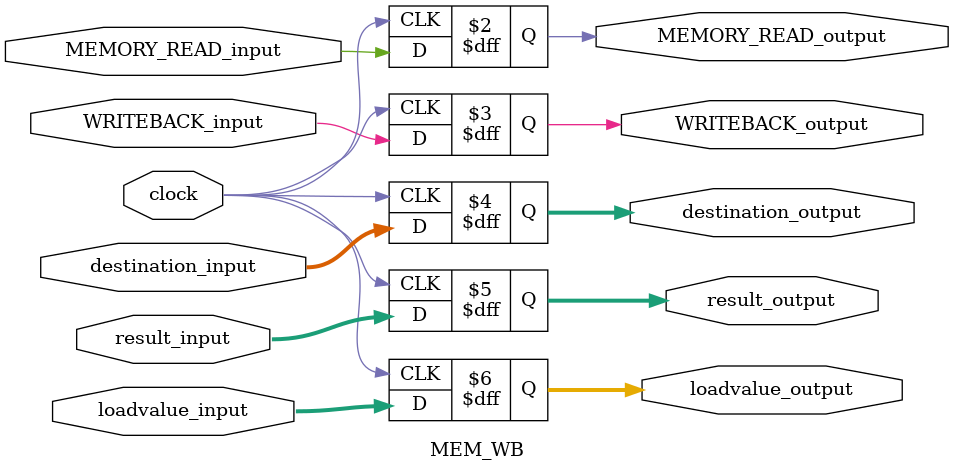
<source format=v>
module MEM_WB (clock, destination_input, destination_output, result_input, result_output, loadvalue_input, loadvalue_output, MEMORY_READ_input, MEMORY_READ_output, WRITEBACK_input, WRITEBACK_output);

    input clock, MEMORY_READ_input, WRITEBACK_input;
    input [4:0] destination_input;
    input [31:0] result_input, loadvalue_input;

    output reg MEMORY_READ_output, WRITEBACK_output;
    output reg [4:0] destination_output;
    output reg [31:0] result_output, loadvalue_output;

    always @(posedge clock) begin
        MEMORY_READ_output <= MEMORY_READ_input;
        WRITEBACK_output <= WRITEBACK_input;
        destination_output <= destination_input;
        result_output <= result_input; 
        loadvalue_output <= loadvalue_input;
    end

endmodule

</source>
